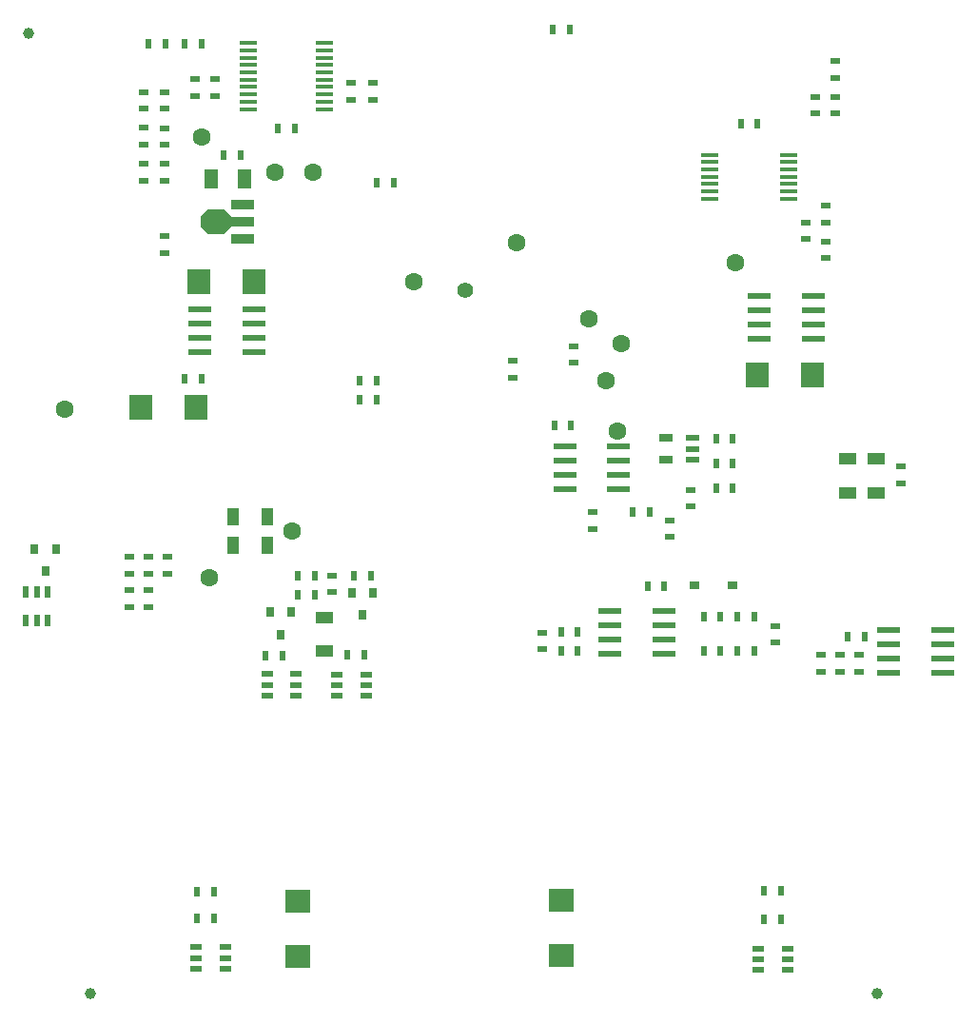
<source format=gbp>
G04 Layer_Color=128*
%FSAX25Y25*%
%MOIN*%
G70*
G01*
G75*
%ADD13R,0.03543X0.02362*%
%ADD16R,0.03150X0.03543*%
%ADD17R,0.02362X0.03543*%
%ADD22R,0.01968X0.03937*%
%ADD25R,0.08268X0.02362*%
%ADD30C,0.03937*%
%ADD57R,0.06496X0.01575*%
%ADD58R,0.05118X0.07087*%
%ADD59R,0.07874X0.03543*%
%ADD60R,0.07874X0.03780*%
%ADD61R,0.06299X0.01693*%
%ADD62R,0.06299X0.01496*%
%ADD63R,0.06299X0.04331*%
%ADD64R,0.07874X0.09055*%
%ADD65R,0.03937X0.01968*%
%ADD66R,0.03543X0.03150*%
%ADD67R,0.09055X0.07874*%
%ADD68R,0.04724X0.02362*%
%ADD69R,0.04724X0.02756*%
%ADD70R,0.04331X0.06299*%
%ADD71C,0.06299*%
%ADD72C,0.05512*%
G36*
X0080709Y0280236D02*
Y0276457D01*
X0078209Y0273957D01*
X0072579D01*
X0070079Y0276457D01*
Y0280236D01*
X0072579Y0282736D01*
X0078209D01*
X0080709Y0280236D01*
D02*
G37*
D13*
X0050000Y0311221D02*
D03*
Y0305315D02*
D03*
X0057480Y0305248D02*
D03*
Y0311154D02*
D03*
X0292543Y0328776D02*
D03*
Y0334681D02*
D03*
X0289000Y0278094D02*
D03*
Y0284000D02*
D03*
X0057480Y0317913D02*
D03*
Y0323819D02*
D03*
X0050000Y0298622D02*
D03*
Y0292717D02*
D03*
X0285543Y0322181D02*
D03*
Y0316276D02*
D03*
X0281890Y0278150D02*
D03*
Y0272244D02*
D03*
X0050000Y0317913D02*
D03*
Y0323819D02*
D03*
X0057480Y0298654D02*
D03*
Y0292748D02*
D03*
X0292543Y0322181D02*
D03*
Y0316276D02*
D03*
X0289000Y0271500D02*
D03*
Y0265594D02*
D03*
X0200787Y0234842D02*
D03*
Y0228937D02*
D03*
X0179528Y0229724D02*
D03*
Y0223819D02*
D03*
X0287402Y0126575D02*
D03*
Y0120669D02*
D03*
X0122835Y0321063D02*
D03*
Y0326969D02*
D03*
X0130315Y0321063D02*
D03*
Y0326969D02*
D03*
X0075000Y0328394D02*
D03*
Y0322488D02*
D03*
X0068000Y0328394D02*
D03*
Y0322488D02*
D03*
X0116142Y0148622D02*
D03*
Y0154528D02*
D03*
X0207480Y0170669D02*
D03*
Y0176575D02*
D03*
X0051772Y0161024D02*
D03*
Y0155118D02*
D03*
X0234252Y0173819D02*
D03*
Y0167913D02*
D03*
X0058465Y0160925D02*
D03*
Y0155020D02*
D03*
X0045079Y0143307D02*
D03*
Y0149213D02*
D03*
Y0155118D02*
D03*
Y0161024D02*
D03*
X0294094Y0126575D02*
D03*
Y0120669D02*
D03*
X0300787Y0126575D02*
D03*
Y0120669D02*
D03*
X0057480Y0267520D02*
D03*
Y0273425D02*
D03*
X0271260Y0136811D02*
D03*
Y0130905D02*
D03*
X0051772Y0143307D02*
D03*
Y0149213D02*
D03*
X0315354Y0186811D02*
D03*
Y0192717D02*
D03*
X0189764Y0134449D02*
D03*
Y0128543D02*
D03*
X0241732Y0184449D02*
D03*
Y0178543D02*
D03*
D16*
X0126772Y0140551D02*
D03*
X0130512Y0148425D02*
D03*
X0123031D02*
D03*
X0015551Y0155905D02*
D03*
X0019291Y0163779D02*
D03*
X0011811D02*
D03*
X0098032Y0133858D02*
D03*
X0101772Y0141732D02*
D03*
X0094291D02*
D03*
D17*
X0265158Y0312598D02*
D03*
X0259252D02*
D03*
X0102953Y0310941D02*
D03*
X0097047D02*
D03*
X0123819Y0154331D02*
D03*
X0129724D02*
D03*
X0226575Y0150787D02*
D03*
X0232480D02*
D03*
X0131693Y0292126D02*
D03*
X0137598D02*
D03*
X0125787Y0216142D02*
D03*
X0131693D02*
D03*
Y0222835D02*
D03*
X0125787D02*
D03*
X0064370Y0340551D02*
D03*
X0070276D02*
D03*
X0051772D02*
D03*
X0057677D02*
D03*
X0296654Y0133071D02*
D03*
X0302559D02*
D03*
X0273429Y0034130D02*
D03*
X0267524D02*
D03*
X0074606Y0034252D02*
D03*
X0068701D02*
D03*
X0267524Y0044130D02*
D03*
X0273429D02*
D03*
X0068701Y0043701D02*
D03*
X0074606D02*
D03*
X0199409Y0345669D02*
D03*
X0193504D02*
D03*
X0196260Y0134646D02*
D03*
X0202165D02*
D03*
Y0127953D02*
D03*
X0196260D02*
D03*
X0246260D02*
D03*
X0252165D02*
D03*
X0246260Y0140157D02*
D03*
X0252165D02*
D03*
X0258071Y0127953D02*
D03*
X0263976D02*
D03*
X0258071Y0140157D02*
D03*
X0263976D02*
D03*
X0127362Y0126772D02*
D03*
X0121457D02*
D03*
X0098622Y0126378D02*
D03*
X0092716D02*
D03*
X0104134Y0154331D02*
D03*
X0110039D02*
D03*
X0084055Y0301575D02*
D03*
X0078150D02*
D03*
X0064370Y0223228D02*
D03*
X0070276D02*
D03*
X0227362Y0176772D02*
D03*
X0221457D02*
D03*
X0193898Y0207087D02*
D03*
X0199803D02*
D03*
X0256496Y0185039D02*
D03*
X0250590D02*
D03*
X0256496Y0202362D02*
D03*
X0250590D02*
D03*
Y0193701D02*
D03*
X0256496D02*
D03*
X0104134Y0147638D02*
D03*
X0110039D02*
D03*
D22*
X0008858Y0148819D02*
D03*
X0012598D02*
D03*
X0016339D02*
D03*
Y0138583D02*
D03*
X0008858D02*
D03*
X0012598D02*
D03*
D25*
X0088583Y0247657D02*
D03*
Y0242657D02*
D03*
Y0237657D02*
D03*
Y0232658D02*
D03*
X0069685Y0247657D02*
D03*
Y0242657D02*
D03*
Y0237657D02*
D03*
Y0232658D02*
D03*
X0284646Y0252382D02*
D03*
Y0247382D02*
D03*
Y0242382D02*
D03*
Y0237382D02*
D03*
X0265748Y0252382D02*
D03*
Y0247382D02*
D03*
Y0242382D02*
D03*
Y0237382D02*
D03*
X0311024Y0120453D02*
D03*
Y0125453D02*
D03*
Y0130453D02*
D03*
Y0135453D02*
D03*
X0329921Y0120453D02*
D03*
Y0125453D02*
D03*
Y0130453D02*
D03*
Y0135453D02*
D03*
X0213386Y0127146D02*
D03*
Y0132146D02*
D03*
Y0137146D02*
D03*
Y0142146D02*
D03*
X0232283Y0127146D02*
D03*
Y0132146D02*
D03*
Y0137146D02*
D03*
Y0142146D02*
D03*
X0216535Y0199626D02*
D03*
Y0194626D02*
D03*
Y0189626D02*
D03*
Y0184626D02*
D03*
X0197638Y0199626D02*
D03*
Y0194626D02*
D03*
Y0189626D02*
D03*
Y0184626D02*
D03*
D30*
X0031496Y0007874D02*
D03*
X0307087D02*
D03*
X0009843Y0344488D02*
D03*
D57*
X0276083Y0301772D02*
D03*
Y0299213D02*
D03*
Y0296654D02*
D03*
Y0294094D02*
D03*
Y0291535D02*
D03*
Y0288976D02*
D03*
Y0286417D02*
D03*
X0248327Y0301772D02*
D03*
Y0299213D02*
D03*
Y0296654D02*
D03*
Y0294094D02*
D03*
Y0291535D02*
D03*
Y0288976D02*
D03*
Y0286417D02*
D03*
D58*
X0073622Y0293307D02*
D03*
X0085433D02*
D03*
D59*
X0084646Y0272441D02*
D03*
Y0284252D02*
D03*
D60*
Y0278346D02*
D03*
D61*
X0113386Y0341055D02*
D03*
Y0317827D02*
D03*
X0086614Y0341055D02*
D03*
Y0317827D02*
D03*
D62*
X0113386Y0338398D02*
D03*
Y0335839D02*
D03*
Y0333279D02*
D03*
Y0330720D02*
D03*
Y0328161D02*
D03*
Y0325602D02*
D03*
Y0323043D02*
D03*
Y0320484D02*
D03*
X0086614Y0338398D02*
D03*
Y0335839D02*
D03*
Y0333279D02*
D03*
Y0330720D02*
D03*
Y0328161D02*
D03*
Y0325602D02*
D03*
Y0323043D02*
D03*
Y0320484D02*
D03*
D63*
X0113386Y0127953D02*
D03*
Y0139764D02*
D03*
X0296850Y0195276D02*
D03*
Y0183465D02*
D03*
X0306693Y0195276D02*
D03*
Y0183465D02*
D03*
D64*
X0088740Y0257480D02*
D03*
X0069528D02*
D03*
X0284409Y0224803D02*
D03*
X0265197D02*
D03*
X0068268Y0213386D02*
D03*
X0049055D02*
D03*
D65*
X0117717Y0112205D02*
D03*
Y0115945D02*
D03*
Y0119685D02*
D03*
X0127953D02*
D03*
Y0112205D02*
D03*
Y0115945D02*
D03*
X0093307Y0112402D02*
D03*
Y0116142D02*
D03*
Y0119882D02*
D03*
X0103543D02*
D03*
Y0112402D02*
D03*
Y0116142D02*
D03*
X0078740Y0020472D02*
D03*
Y0016732D02*
D03*
Y0024213D02*
D03*
X0068504D02*
D03*
Y0020472D02*
D03*
Y0016732D02*
D03*
X0275590Y0020079D02*
D03*
Y0016339D02*
D03*
Y0023819D02*
D03*
X0265354D02*
D03*
Y0020079D02*
D03*
Y0016339D02*
D03*
D66*
X0242913Y0151181D02*
D03*
X0256299D02*
D03*
D67*
X0196457Y0021496D02*
D03*
Y0040709D02*
D03*
X0103937Y0021102D02*
D03*
Y0040315D02*
D03*
D68*
X0242520Y0202559D02*
D03*
Y0198819D02*
D03*
Y0195079D02*
D03*
D69*
X0233071D02*
D03*
Y0202559D02*
D03*
D70*
X0081496Y0175197D02*
D03*
X0093307D02*
D03*
X0081496Y0164961D02*
D03*
X0093307D02*
D03*
D71*
X0212205Y0222835D02*
D03*
X0257480Y0264173D02*
D03*
X0073032Y0153543D02*
D03*
X0216142Y0205118D02*
D03*
X0101969Y0170079D02*
D03*
X0070472Y0307874D02*
D03*
X0096063Y0295669D02*
D03*
X0109449D02*
D03*
X0144882Y0257480D02*
D03*
X0180709Y0270866D02*
D03*
X0205906Y0244488D02*
D03*
X0217323Y0235827D02*
D03*
X0022441Y0212598D02*
D03*
D72*
X0162598Y0254331D02*
D03*
M02*

</source>
